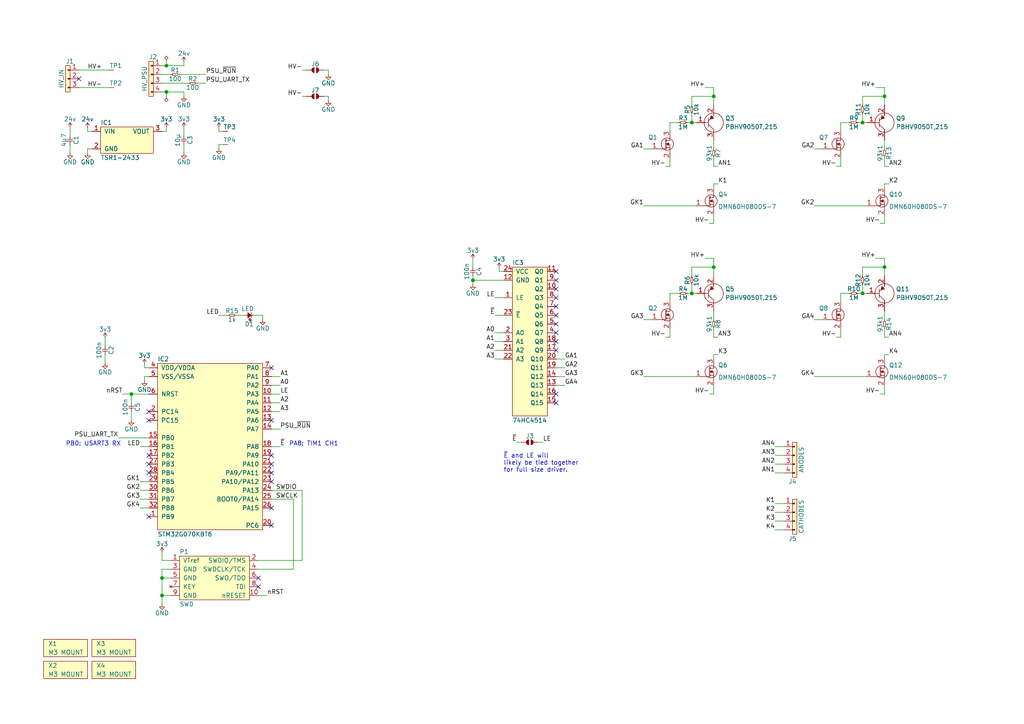
<source format=kicad_sch>
(kicad_sch (version 20201015) (generator eeschema)
  (paper "A4")
  (lib_symbols
    (symbol "agg:24v" (power) (pin_numbers hide) (pin_names (offset 1.016) hide)
      (property "Value" "24v" (at 0 2.286 0))
      (symbol "24v_0_1"
        (polyline (pts (xy 0 1.27) (xy 0.508 0.508)))
        (polyline (pts (xy 0 0) (xy 0 1.27) (xy -0.508 0.508)))
      )
      (symbol "24v_1_1"
        (pin power_in line (at 0 0 180) (length 0) hide (name "24v") (number "1"))
      )
    )
    (symbol "agg:3v3" (power) (pin_numbers hide) (pin_names (offset 1.016) hide)
      (property "Value" "3v3" (at 0 2.286 0))
      (symbol "3v3_0_1"
        (polyline (pts (xy 0 1.27) (xy 0.508 0.508)))
        (polyline (pts (xy 0 0) (xy 0 1.27) (xy -0.508 0.508)))
      )
      (symbol "3v3_1_1"
        (pin power_in line (at 0 0 180) (length 0) hide (name "3v3") (number "1"))
      )
    )
    (symbol "agg:74HC4514" (pin_names (offset 1.016))
      (property "Reference" "IC" (at -5.08 22.86 0))
      (property "Value" "74HC4514" (at -5.08 -22.86 0))
      (symbol "74HC4514_0_0"
        (pin power_in line (at -7.62 20.32 0) (length 2.54) (name "VCC") (number "24"))
        (pin power_in line (at -7.62 17.78 0) (length 2.54) (name "GND") (number "12"))
        (pin input line (at -7.62 12.7 0) (length 2.54) (name "LE") (number "1"))
        (pin input line (at -7.62 7.62 0) (length 2.54) (name "~E") (number "23"))
        (pin input line (at -7.62 2.54 0) (length 2.54) (name "A0") (number "2"))
        (pin input line (at -7.62 0 0) (length 2.54) (name "A1") (number "3"))
        (pin input line (at -7.62 -2.54 0) (length 2.54) (name "A2") (number "21"))
        (pin input line (at -7.62 -5.08 0) (length 2.54) (name "A3") (number "22"))
        (pin output line (at 7.62 20.32 180) (length 2.54) (name "Q0") (number "11"))
        (pin output line (at 7.62 17.78 180) (length 2.54) (name "Q1") (number "9"))
        (pin output line (at 7.62 15.24 180) (length 2.54) (name "Q2") (number "10"))
        (pin output line (at 7.62 12.7 180) (length 2.54) (name "Q3") (number "8"))
        (pin output line (at 7.62 10.16 180) (length 2.54) (name "Q4") (number "7"))
        (pin output line (at 7.62 7.62 180) (length 2.54) (name "Q5") (number "6"))
        (pin output line (at 7.62 5.08 180) (length 2.54) (name "Q6") (number "5"))
        (pin output line (at 7.62 2.54 180) (length 2.54) (name "Q7") (number "4"))
        (pin output line (at 7.62 0 180) (length 2.54) (name "Q8") (number "18"))
        (pin output line (at 7.62 -2.54 180) (length 2.54) (name "Q9") (number "17"))
        (pin output line (at 7.62 -5.08 180) (length 2.54) (name "Q10") (number "20"))
        (pin output line (at 7.62 -7.62 180) (length 2.54) (name "Q11") (number "19"))
        (pin output line (at 7.62 -10.16 180) (length 2.54) (name "Q12") (number "14"))
        (pin output line (at 7.62 -12.7 180) (length 2.54) (name "Q13") (number "13"))
        (pin output line (at 7.62 -15.24 180) (length 2.54) (name "Q14") (number "16"))
        (pin output line (at 7.62 -17.78 180) (length 2.54) (name "Q15") (number "15"))
      )
      (symbol "74HC4514_0_1"
        (rectangle (start -5.08 21.59) (end 5.08 -21.59) (fill (type background)))
      )
    )
    (symbol "agg:C" (pin_numbers hide) (pin_names (offset 1.016) hide)
      (property "Reference" "C" (at 1.27 1.778 0))
      (property "Value" "C" (at 1.27 -1.778 0))
      (symbol "C_0_1"
        (polyline (pts (xy 1.016 0.762) (xy 1.016 -0.762)))
        (polyline (pts (xy 1.524 0.762) (xy 1.524 -0.762)))
      )
      (symbol "C_1_1"
        (pin passive line (at 0 0 0) (length 1.016) (name "~") (number "1"))
        (pin passive line (at 2.54 0 180) (length 1.016) (name "~") (number "2"))
      )
    )
    (symbol "agg:CONN_01x03" (pin_names (offset 0.0254) hide)
      (property "Reference" "J" (at -1.27 2.54 0))
      (property "Value" "CONN_01x03" (at -1.27 -7.62 0))
      (symbol "CONN_01x03_0_1"
        (rectangle (start 0 1.27) (end -1.27 -6.35) (fill (type background)))
        (rectangle (start 0 0.127) (end -0.635 -0.127) (fill (type outline)))
        (rectangle (start 0 -2.413) (end -0.635 -2.667) (fill (type outline)))
        (rectangle (start 0 -4.953) (end -0.635 -5.207) (fill (type outline)))
      )
      (symbol "CONN_01x03_1_1"
        (pin passive line (at 2.54 0 180) (length 2.54) (name "1") (number "1"))
        (pin passive line (at 2.54 -2.54 180) (length 2.54) (name "2") (number "2"))
        (pin passive line (at 2.54 -5.08 180) (length 2.54) (name "3") (number "3"))
      )
    )
    (symbol "agg:CONN_01x04" (pin_names (offset 0.0254) hide)
      (property "Reference" "J" (at -1.27 2.54 0))
      (property "Value" "CONN_01x04" (at -1.27 -10.16 0))
      (symbol "CONN_01x04_0_1"
        (rectangle (start 0 1.27) (end -1.27 -8.89) (fill (type background)))
        (rectangle (start 0 0.127) (end -0.635 -0.127) (fill (type outline)))
        (rectangle (start 0 -2.413) (end -0.635 -2.667) (fill (type outline)))
        (rectangle (start 0 -4.953) (end -0.635 -5.207) (fill (type outline)))
        (rectangle (start 0 -7.493) (end -0.635 -7.747) (fill (type outline)))
      )
      (symbol "CONN_01x04_1_1"
        (pin passive line (at 2.54 0 180) (length 2.54) (name "1") (number "1"))
        (pin passive line (at 2.54 -2.54 180) (length 2.54) (name "2") (number "2"))
        (pin passive line (at 2.54 -5.08 180) (length 2.54) (name "3") (number "3"))
        (pin passive line (at 2.54 -7.62 180) (length 2.54) (name "4") (number "4"))
      )
    )
    (symbol "agg:GND" (power) (pin_numbers hide) (pin_names (offset 1.016) hide)
      (property "Value" "GND" (at 0 -2.54 0))
      (symbol "GND_0_1"
        (polyline (pts (xy 0 0) (xy 0 -0.762)))
        (polyline (pts (xy -0.762 -0.762) (xy 0.762 -0.762) (xy 0 -1.524) (xy -0.762 -0.762)) (fill (type background)))
      )
      (symbol "GND_1_1"
        (pin power_in line (at 0 0 180) (length 0) hide (name "GND") (number "1"))
      )
    )
    (symbol "agg:LED" (pin_numbers hide) (pin_names (offset 1.016) hide)
      (property "Reference" "D" (at 0 2.54 0))
      (property "Value" "LED" (at 0 -1.905 0))
      (symbol "LED_0_1"
        (polyline (pts (xy 0.762 0.762) (xy 0.762 -0.762)))
        (polyline (pts (xy 0.762 0) (xy 1.778 0.762) (xy 1.778 -0.762) (xy 0.762 0)) (fill (type outline)))
        (polyline (pts (xy 1.524 1.016) (xy 1.27 1.27) (xy 1.524 1.27) (xy 1.016 1.778) (xy 1.016 1.524) (xy 1.27 1.778) (xy 1.016 1.778)))
        (polyline (pts (xy 1.27 0.762) (xy 1.016 1.016) (xy 1.27 1.016) (xy 1.016 1.27) (xy 0.762 1.524) (xy 0.762 1.27) (xy 1.016 1.524) (xy 0.762 1.524)))
      )
      (symbol "LED_1_1"
        (pin passive line (at 0 0 0) (length 0.762) (name "~") (number "1"))
        (pin passive line (at 2.54 0 180) (length 0.762) (name "~") (number "2"))
      )
    )
    (symbol "agg:NFET" (pin_names (offset 0.0254) hide)
      (property "Reference" "Q" (at -6.35 0.762 0))
      (property "Value" "NFET" (at -6.35 -4.064 0))
      (symbol "NFET_0_1"
        (circle (center -0.762 -1.143) (radius 1.778))
        (polyline (pts (xy -3.81 -2.54) (xy -1.27 -2.54)))
        (polyline (pts (xy -1.27 -2.54) (xy -1.27 0.254)))
        (polyline (pts (xy -1.016 -2.159) (xy 0 -2.159)))
        (polyline (pts (xy -1.016 -1.778) (xy -1.016 -2.54)))
        (polyline (pts (xy -1.016 -0.762) (xy -1.016 -1.524)))
        (polyline (pts (xy -1.016 0.254) (xy -1.016 -0.508)))
        (polyline (pts (xy -1.016 -1.143) (xy 0 -1.143) (xy 0 -3.81)))
        (polyline (pts (xy -1.016 -0.127) (xy 0 -0.127) (xy 0 1.27)))
        (polyline (pts (xy -1.016 -1.143) (xy -0.381 -0.762) (xy -0.381 -1.524) (xy -1.016 -1.143)) (fill (type outline)))
      )
      (symbol "NFET_1_1"
        (pin passive line (at -5.08 -2.54 0) (length 1.27) (name "G") (number "1"))
        (pin passive line (at 0 -5.08 90) (length 1.27) (name "S") (number "2"))
        (pin passive line (at 0 2.54 270) (length 1.27) (name "D") (number "3"))
      )
    )
    (symbol "agg:PART" (pin_names (offset 1.016))
      (property "Reference" "X" (at 1.27 2.54 0))
      (property "Value" "PART" (at 1.27 0 0))
      (symbol "PART_0_1"
        (rectangle (start 0 3.81) (end 12.7 -1.27) (fill (type background)))
      )
    )
    (symbol "agg:PNP" (pin_names (offset 0) hide)
      (property "Reference" "Q" (at 3.302 0.508 0))
      (property "Value" "PNP" (at 3.302 -0.508 0))
      (symbol "PNP_0_1"
        (circle (center 0 0) (radius 2.794))
        (polyline (pts (xy -2.54 0) (xy -1.524 0)))
        (polyline (pts (xy -1.524 -1.27) (xy -1.524 1.27)))
        (polyline (pts (xy 0 -2.032) (xy -1.524 -0.508)))
        (polyline (pts (xy 0 2.032) (xy -1.524 0.508)))
        (polyline (pts (xy 0 1.27) (xy -0.762 2.032) (xy -1.016 1.016) (xy 0 1.27)) (fill (type outline)))
      )
      (symbol "PNP_1_1"
        (pin passive line (at -5.08 0 0) (length 2.54) (name "B") (number "1"))
        (pin passive line (at 0 5.08 270) (length 3.048) (name "E") (number "2"))
        (pin passive line (at 0 -5.08 90) (length 3.048) (name "C") (number "3"))
      )
    )
    (symbol "agg:PWR" (power) (pin_numbers hide) (pin_names (offset 1.016) hide)
      (property "Value" "PWR" (at 0 2.286 0))
      (symbol "PWR_0_1"
        (polyline (pts (xy 0 0.508) (xy -0.508 1.016) (xy 0 1.524) (xy 0.508 1.016) (xy 0 0.508)) (fill (type background)))
      )
      (symbol "PWR_1_1"
        (pin power_out line (at 0 0 90) (length 0.508) (name "pwr") (number "1"))
      )
    )
    (symbol "agg:R" (pin_numbers hide) (pin_names (offset 1.016) hide)
      (property "Reference" "R" (at 1.27 1.27 0))
      (property "Value" "R" (at 1.27 -1.27 0))
      (symbol "R_0_1"
        (rectangle (start 0.508 0.254) (end 2.032 -0.254) (fill (type background)))
      )
      (symbol "R_1_1"
        (pin passive line (at 0 0 0) (length 0.508) (name "~") (number "1"))
        (pin passive line (at 2.54 0 180) (length 0.508) (name "~") (number "2"))
      )
    )
    (symbol "agg:SJ2" (pin_numbers hide) (pin_names (offset 0) hide)
      (property "Reference" "J" (at 0 1.778 0))
      (symbol "SJ2_0_1"
        (arc (start -0.254 0.762) (end -0.254 -0.762) (radius (at -0.254 0) (length 0.762) (angles 90.1 -90.1)) (fill (type outline)))
        (arc (start 0.254 -0.762) (end 0.254 0.762) (radius (at 0.254 0) (length 0.762) (angles -89.9 89.9)) (fill (type outline)))
      )
      (symbol "SJ2_1_1"
        (pin passive line (at -2.54 0 0) (length 1.524) (name "1") (number "1"))
        (pin passive line (at 2.54 0 180) (length 1.524) (name "2") (number "2"))
      )
    )
    (symbol "agg:STM32G0xxKx" (pin_names (offset 1.016))
      (property "Reference" "IC" (at -15.24 25.4 0))
      (property "Value" "STM32G0xxKx" (at -15.24 -25.4 0))
      (symbol "STM32G0xxKx_0_0"
        (pin power_in line (at -17.78 22.86 0) (length 2.54) (name "VDD/VDDA") (number "4"))
        (pin power_in line (at -17.78 20.32 0) (length 2.54) (name "VSS/VSSA") (number "5"))
        (pin input line (at -17.78 15.24 0) (length 2.54) (name "NRST") (number "6"))
        (pin bidirectional line (at -17.78 10.16 0) (length 2.54) (name "PC14") (number "2"))
        (pin bidirectional line (at -17.78 7.62 0) (length 2.54) (name "PC15") (number "3"))
        (pin bidirectional line (at -17.78 2.54 0) (length 2.54) (name "PB0") (number "15"))
        (pin bidirectional line (at -17.78 0 0) (length 2.54) (name "PB1") (number "16"))
        (pin bidirectional line (at -17.78 -2.54 0) (length 2.54) (name "PB2") (number "17"))
        (pin bidirectional line (at -17.78 -5.08 0) (length 2.54) (name "PB3") (number "27"))
        (pin bidirectional line (at -17.78 -7.62 0) (length 2.54) (name "PB4") (number "28"))
        (pin bidirectional line (at -17.78 -10.16 0) (length 2.54) (name "PB5") (number "29"))
        (pin bidirectional line (at -17.78 -12.7 0) (length 2.54) (name "PB6") (number "30"))
        (pin bidirectional line (at -17.78 -15.24 0) (length 2.54) (name "PB7") (number "31"))
        (pin bidirectional line (at -17.78 -17.78 0) (length 2.54) (name "PB8") (number "32"))
        (pin bidirectional line (at -17.78 -20.32 0) (length 2.54) (name "PB9") (number "1"))
        (pin bidirectional line (at 17.78 22.86 180) (length 2.54) (name "PA0") (number "7"))
        (pin bidirectional line (at 17.78 20.32 180) (length 2.54) (name "PA1") (number "8"))
        (pin bidirectional line (at 17.78 17.78 180) (length 2.54) (name "PA2") (number "9"))
        (pin bidirectional line (at 17.78 15.24 180) (length 2.54) (name "PA3") (number "10"))
        (pin bidirectional line (at 17.78 12.7 180) (length 2.54) (name "PA4") (number "11"))
        (pin bidirectional line (at 17.78 10.16 180) (length 2.54) (name "PA5") (number "12"))
        (pin bidirectional line (at 17.78 7.62 180) (length 2.54) (name "PA6") (number "13"))
        (pin bidirectional line (at 17.78 5.08 180) (length 2.54) (name "PA7") (number "14"))
        (pin bidirectional line (at 17.78 0 180) (length 2.54) (name "PA8") (number "18"))
        (pin bidirectional line (at 17.78 -2.54 180) (length 2.54) (name "PA9") (number "19"))
        (pin bidirectional line (at 17.78 -5.08 180) (length 2.54) (name "PA10") (number "21"))
        (pin bidirectional line (at 17.78 -7.62 180) (length 2.54) (name "PA9/PA11") (number "22"))
        (pin bidirectional line (at 17.78 -10.16 180) (length 2.54) (name "PA10/PA12") (number "23"))
        (pin bidirectional line (at 17.78 -12.7 180) (length 2.54) (name "PA13") (number "24"))
        (pin bidirectional line (at 17.78 -15.24 180) (length 2.54) (name "BOOT0/PA14") (number "25"))
        (pin bidirectional line (at 17.78 -17.78 180) (length 2.54) (name "PA15") (number "26"))
        (pin bidirectional line (at 17.78 -22.86 180) (length 2.54) (name "PC6") (number "20"))
      )
      (symbol "STM32G0xxKx_0_1"
        (rectangle (start -15.24 24.13) (end 15.24 -24.13) (fill (type background)))
      )
    )
    (symbol "agg:SWD" (pin_names (offset 1.016))
      (property "Reference" "P" (at -10.16 7.62 0))
      (property "Value" "SWD" (at -10.16 -7.62 0))
      (symbol "SWD_0_1"
        (rectangle (start -10.16 6.35) (end 10.16 -6.35) (fill (type background)))
      )
      (symbol "SWD_1_1"
        (pin power_in line (at -12.7 5.08 0) (length 2.54) (name "VTref") (number "1"))
        (pin bidirectional line (at 12.7 5.08 180) (length 2.54) (name "SWDIO/TMS") (number "2"))
        (pin power_in line (at -12.7 2.54 0) (length 2.54) (name "GND") (number "3"))
        (pin bidirectional line (at 12.7 2.54 180) (length 2.54) (name "SWDCLK/TCK") (number "4"))
        (pin power_in line (at -12.7 0 0) (length 2.54) (name "GND") (number "5"))
        (pin bidirectional line (at 12.7 0 180) (length 2.54) (name "SWO/TDO") (number "6"))
        (pin unconnected line (at -12.7 -2.54 0) (length 2.54) (name "KEY") (number "7"))
        (pin bidirectional line (at 12.7 -2.54 180) (length 2.54) (name "TDI") (number "8"))
        (pin power_in line (at -12.7 -5.08 0) (length 2.54) (name "GND") (number "9"))
        (pin open_collector line (at 12.7 -5.08 180) (length 2.54) (name "nRESET") (number "10"))
      )
    )
    (symbol "agg:TESTPAD" (pin_numbers hide) (pin_names (offset 1.016) hide)
      (property "Reference" "TP" (at 0 1.27 0))
      (symbol "TESTPAD_0_1"
        (polyline (pts (xy 1.27 0) (xy 1.27 0)) (stroke (width 1.143)))
      )
      (symbol "TESTPAD_1_1"
        (pin input line (at 0 0 0) (length 1.27) (name "TP") (number "1"))
      )
    )
    (symbol "agg:TSR1" (pin_names (offset 1.016))
      (property "Reference" "IC" (at -7.62 5.08 0))
      (property "Value" "TSR1" (at -7.62 -5.08 0))
      (symbol "TSR1_0_0"
        (pin power_in line (at -10.16 2.54 0) (length 2.54) (name "VIN") (number "1"))
        (pin power_in line (at -10.16 -2.54 0) (length 2.54) (name "GND") (number "2"))
        (pin power_out line (at 10.16 2.54 180) (length 2.54) (name "VOUT") (number "3"))
      )
      (symbol "TSR1_0_1"
        (rectangle (start -7.62 3.81) (end 7.62 -3.81) (fill (type background)))
      )
    )
  )
  (junction (at 38.1 114.3) (diameter 0.9144))
  (junction (at 46.99 167.64) (diameter 0.9144))
  (junction (at 46.99 172.72) (diameter 0.9144))
  (junction (at 48.26 19.05) (diameter 0.9144))
  (junction (at 48.26 26.67) (diameter 0.9144))
  (junction (at 137.16 81.28) (diameter 0.9144))
  (junction (at 200.66 35.56) (diameter 0.9144))
  (junction (at 200.66 85.09) (diameter 0.9144))
  (junction (at 207.01 27.94) (diameter 0.9144))
  (junction (at 207.01 77.47) (diameter 0.9144))
  (junction (at 250.19 35.56) (diameter 0.9144))
  (junction (at 250.19 85.09) (diameter 0.9144))
  (junction (at 256.54 27.94) (diameter 0.9144))
  (junction (at 256.54 77.47) (diameter 0.9144))
  (no_connect (at 43.18 121.92))
  (no_connect (at 43.18 119.38))
  (no_connect (at 78.74 147.32))
  (no_connect (at 78.74 134.62))
  (no_connect (at 161.29 99.06))
  (no_connect (at 78.74 121.92))
  (no_connect (at 161.29 83.82))
  (no_connect (at 161.29 116.84))
  (no_connect (at 161.29 101.6))
  (no_connect (at 161.29 88.9))
  (no_connect (at 161.29 78.74))
  (no_connect (at 43.18 149.86))
  (no_connect (at 74.93 170.18))
  (no_connect (at 78.74 152.4))
  (no_connect (at 78.74 137.16))
  (no_connect (at 78.74 132.08))
  (no_connect (at 78.74 139.7))
  (no_connect (at 78.74 106.68))
  (no_connect (at 161.29 93.98))
  (no_connect (at 161.29 86.36))
  (no_connect (at 161.29 96.52))
  (no_connect (at 161.29 114.3))
  (no_connect (at 22.86 22.86))
  (no_connect (at 43.18 134.62))
  (no_connect (at 43.18 137.16))
  (no_connect (at 43.18 132.08))
  (no_connect (at 161.29 81.28))
  (no_connect (at 161.29 91.44))
  (no_connect (at 74.93 167.64))
  (wire (pts (xy 20.32 36.83) (xy 20.32 39.37)))
  (wire (pts (xy 20.32 41.91) (xy 20.32 44.45)))
  (wire (pts (xy 22.86 20.32) (xy 31.75 20.32)))
  (wire (pts (xy 22.86 25.4) (xy 31.75 25.4)))
  (wire (pts (xy 25.4 36.83) (xy 25.4 38.1)))
  (wire (pts (xy 25.4 38.1) (xy 26.67 38.1)))
  (wire (pts (xy 25.4 43.18) (xy 26.67 43.18)))
  (wire (pts (xy 25.4 44.45) (xy 25.4 43.18)))
  (wire (pts (xy 30.48 97.79) (xy 30.48 100.33)))
  (wire (pts (xy 30.48 102.87) (xy 30.48 105.41)))
  (wire (pts (xy 34.29 127) (xy 43.18 127)))
  (wire (pts (xy 35.56 114.3) (xy 38.1 114.3)))
  (wire (pts (xy 38.1 114.3) (xy 38.1 116.84)))
  (wire (pts (xy 38.1 114.3) (xy 43.18 114.3)))
  (wire (pts (xy 38.1 119.38) (xy 38.1 121.92)))
  (wire (pts (xy 40.64 129.54) (xy 43.18 129.54)))
  (wire (pts (xy 40.64 139.7) (xy 43.18 139.7)))
  (wire (pts (xy 40.64 142.24) (xy 43.18 142.24)))
  (wire (pts (xy 40.64 144.78) (xy 43.18 144.78)))
  (wire (pts (xy 40.64 147.32) (xy 43.18 147.32)))
  (wire (pts (xy 41.91 105.41) (xy 41.91 106.68)))
  (wire (pts (xy 41.91 106.68) (xy 43.18 106.68)))
  (wire (pts (xy 41.91 109.22) (xy 43.18 109.22)))
  (wire (pts (xy 41.91 110.49) (xy 41.91 109.22)))
  (wire (pts (xy 46.99 19.05) (xy 48.26 19.05)))
  (wire (pts (xy 46.99 21.59) (xy 49.53 21.59)))
  (wire (pts (xy 46.99 24.13) (xy 54.61 24.13)))
  (wire (pts (xy 46.99 26.67) (xy 48.26 26.67)))
  (wire (pts (xy 46.99 160.02) (xy 46.99 162.56)))
  (wire (pts (xy 46.99 162.56) (xy 49.53 162.56)))
  (wire (pts (xy 46.99 165.1) (xy 49.53 165.1)))
  (wire (pts (xy 46.99 167.64) (xy 46.99 165.1)))
  (wire (pts (xy 46.99 167.64) (xy 49.53 167.64)))
  (wire (pts (xy 46.99 172.72) (xy 46.99 167.64)))
  (wire (pts (xy 46.99 172.72) (xy 49.53 172.72)))
  (wire (pts (xy 46.99 175.26) (xy 46.99 172.72)))
  (wire (pts (xy 48.26 17.78) (xy 48.26 19.05)))
  (wire (pts (xy 48.26 19.05) (xy 53.34 19.05)))
  (wire (pts (xy 48.26 26.67) (xy 48.26 27.94)))
  (wire (pts (xy 48.26 26.67) (xy 53.34 26.67)))
  (wire (pts (xy 48.26 36.83) (xy 48.26 38.1)))
  (wire (pts (xy 48.26 38.1) (xy 46.99 38.1)))
  (wire (pts (xy 52.07 21.59) (xy 59.69 21.59)))
  (wire (pts (xy 53.34 19.05) (xy 53.34 17.78)))
  (wire (pts (xy 53.34 26.67) (xy 53.34 27.94)))
  (wire (pts (xy 53.34 36.83) (xy 53.34 39.37)))
  (wire (pts (xy 53.34 41.91) (xy 53.34 44.45)))
  (wire (pts (xy 57.15 24.13) (xy 59.69 24.13)))
  (wire (pts (xy 63.5 36.83) (xy 63.5 38.1)))
  (wire (pts (xy 63.5 38.1) (xy 64.77 38.1)))
  (wire (pts (xy 63.5 41.91) (xy 64.77 41.91)))
  (wire (pts (xy 63.5 43.18) (xy 63.5 41.91)))
  (wire (pts (xy 63.5 91.44) (xy 66.04 91.44)))
  (wire (pts (xy 68.58 91.44) (xy 71.12 91.44)))
  (wire (pts (xy 73.66 91.44) (xy 76.2 91.44)))
  (wire (pts (xy 74.93 162.56) (xy 87.63 162.56)))
  (wire (pts (xy 74.93 165.1) (xy 85.09 165.1)))
  (wire (pts (xy 74.93 172.72) (xy 77.47 172.72)))
  (wire (pts (xy 76.2 91.44) (xy 76.2 92.71)))
  (wire (pts (xy 78.74 109.22) (xy 81.28 109.22)))
  (wire (pts (xy 78.74 111.76) (xy 81.28 111.76)))
  (wire (pts (xy 78.74 114.3) (xy 81.28 114.3)))
  (wire (pts (xy 78.74 116.84) (xy 81.28 116.84)))
  (wire (pts (xy 78.74 119.38) (xy 81.28 119.38)))
  (wire (pts (xy 78.74 124.46) (xy 81.28 124.46)))
  (wire (pts (xy 78.74 129.54) (xy 81.28 129.54)))
  (wire (pts (xy 78.74 142.24) (xy 87.63 142.24)))
  (wire (pts (xy 78.74 144.78) (xy 85.09 144.78)))
  (wire (pts (xy 85.09 144.78) (xy 85.09 165.1)))
  (wire (pts (xy 87.63 20.32) (xy 88.9 20.32)))
  (wire (pts (xy 87.63 27.94) (xy 88.9 27.94)))
  (wire (pts (xy 87.63 142.24) (xy 87.63 162.56)))
  (wire (pts (xy 93.98 20.32) (xy 95.25 20.32)))
  (wire (pts (xy 93.98 27.94) (xy 95.25 27.94)))
  (wire (pts (xy 95.25 20.32) (xy 95.25 21.59)))
  (wire (pts (xy 95.25 27.94) (xy 95.25 29.21)))
  (wire (pts (xy 137.16 74.93) (xy 137.16 77.47)))
  (wire (pts (xy 137.16 80.01) (xy 137.16 81.28)))
  (wire (pts (xy 137.16 81.28) (xy 137.16 82.55)))
  (wire (pts (xy 137.16 81.28) (xy 146.05 81.28)))
  (wire (pts (xy 143.51 86.36) (xy 146.05 86.36)))
  (wire (pts (xy 143.51 91.44) (xy 146.05 91.44)))
  (wire (pts (xy 143.51 96.52) (xy 146.05 96.52)))
  (wire (pts (xy 143.51 99.06) (xy 146.05 99.06)))
  (wire (pts (xy 143.51 101.6) (xy 146.05 101.6)))
  (wire (pts (xy 143.51 104.14) (xy 146.05 104.14)))
  (wire (pts (xy 144.78 77.47) (xy 144.78 78.74)))
  (wire (pts (xy 144.78 78.74) (xy 146.05 78.74)))
  (wire (pts (xy 149.86 128.27) (xy 151.13 128.27)))
  (wire (pts (xy 156.21 128.27) (xy 157.48 128.27)))
  (wire (pts (xy 161.29 104.14) (xy 163.83 104.14)))
  (wire (pts (xy 161.29 106.68) (xy 163.83 106.68)))
  (wire (pts (xy 161.29 109.22) (xy 163.83 109.22)))
  (wire (pts (xy 161.29 111.76) (xy 163.83 111.76)))
  (wire (pts (xy 186.69 43.18) (xy 189.23 43.18)))
  (wire (pts (xy 186.69 59.69) (xy 201.93 59.69)))
  (wire (pts (xy 186.69 92.71) (xy 189.23 92.71)))
  (wire (pts (xy 186.69 109.22) (xy 201.93 109.22)))
  (wire (pts (xy 193.04 48.26) (xy 194.31 48.26)))
  (wire (pts (xy 193.04 97.79) (xy 194.31 97.79)))
  (wire (pts (xy 194.31 35.56) (xy 194.31 38.1)))
  (wire (pts (xy 194.31 45.72) (xy 194.31 48.26)))
  (wire (pts (xy 194.31 85.09) (xy 194.31 87.63)))
  (wire (pts (xy 194.31 95.25) (xy 194.31 97.79)))
  (wire (pts (xy 196.85 35.56) (xy 194.31 35.56)))
  (wire (pts (xy 196.85 85.09) (xy 194.31 85.09)))
  (wire (pts (xy 199.39 35.56) (xy 200.66 35.56)))
  (wire (pts (xy 199.39 85.09) (xy 200.66 85.09)))
  (wire (pts (xy 200.66 27.94) (xy 207.01 27.94)))
  (wire (pts (xy 200.66 30.48) (xy 200.66 27.94)))
  (wire (pts (xy 200.66 33.02) (xy 200.66 35.56)))
  (wire (pts (xy 200.66 35.56) (xy 201.93 35.56)))
  (wire (pts (xy 200.66 77.47) (xy 207.01 77.47)))
  (wire (pts (xy 200.66 80.01) (xy 200.66 77.47)))
  (wire (pts (xy 200.66 82.55) (xy 200.66 85.09)))
  (wire (pts (xy 200.66 85.09) (xy 201.93 85.09)))
  (wire (pts (xy 204.47 25.4) (xy 207.01 25.4)))
  (wire (pts (xy 204.47 74.93) (xy 207.01 74.93)))
  (wire (pts (xy 205.74 64.77) (xy 207.01 64.77)))
  (wire (pts (xy 205.74 114.3) (xy 207.01 114.3)))
  (wire (pts (xy 207.01 25.4) (xy 207.01 27.94)))
  (wire (pts (xy 207.01 27.94) (xy 207.01 30.48)))
  (wire (pts (xy 207.01 40.64) (xy 207.01 43.18)))
  (wire (pts (xy 207.01 45.72) (xy 207.01 48.26)))
  (wire (pts (xy 207.01 48.26) (xy 208.28 48.26)))
  (wire (pts (xy 207.01 53.34) (xy 208.28 53.34)))
  (wire (pts (xy 207.01 54.61) (xy 207.01 53.34)))
  (wire (pts (xy 207.01 62.23) (xy 207.01 64.77)))
  (wire (pts (xy 207.01 74.93) (xy 207.01 77.47)))
  (wire (pts (xy 207.01 77.47) (xy 207.01 80.01)))
  (wire (pts (xy 207.01 90.17) (xy 207.01 92.71)))
  (wire (pts (xy 207.01 95.25) (xy 207.01 97.79)))
  (wire (pts (xy 207.01 97.79) (xy 208.28 97.79)))
  (wire (pts (xy 207.01 102.87) (xy 208.28 102.87)))
  (wire (pts (xy 207.01 104.14) (xy 207.01 102.87)))
  (wire (pts (xy 207.01 111.76) (xy 207.01 114.3)))
  (wire (pts (xy 224.79 129.54) (xy 227.33 129.54)))
  (wire (pts (xy 224.79 132.08) (xy 227.33 132.08)))
  (wire (pts (xy 224.79 134.62) (xy 227.33 134.62)))
  (wire (pts (xy 224.79 137.16) (xy 227.33 137.16)))
  (wire (pts (xy 224.79 146.05) (xy 227.33 146.05)))
  (wire (pts (xy 224.79 148.59) (xy 227.33 148.59)))
  (wire (pts (xy 224.79 151.13) (xy 227.33 151.13)))
  (wire (pts (xy 224.79 153.67) (xy 227.33 153.67)))
  (wire (pts (xy 236.22 43.18) (xy 238.76 43.18)))
  (wire (pts (xy 236.22 59.69) (xy 251.46 59.69)))
  (wire (pts (xy 236.22 92.71) (xy 238.76 92.71)))
  (wire (pts (xy 236.22 109.22) (xy 251.46 109.22)))
  (wire (pts (xy 242.57 48.26) (xy 243.84 48.26)))
  (wire (pts (xy 242.57 97.79) (xy 243.84 97.79)))
  (wire (pts (xy 243.84 35.56) (xy 243.84 38.1)))
  (wire (pts (xy 243.84 45.72) (xy 243.84 48.26)))
  (wire (pts (xy 243.84 85.09) (xy 243.84 87.63)))
  (wire (pts (xy 243.84 95.25) (xy 243.84 97.79)))
  (wire (pts (xy 246.38 35.56) (xy 243.84 35.56)))
  (wire (pts (xy 246.38 85.09) (xy 243.84 85.09)))
  (wire (pts (xy 248.92 35.56) (xy 250.19 35.56)))
  (wire (pts (xy 248.92 85.09) (xy 250.19 85.09)))
  (wire (pts (xy 250.19 27.94) (xy 256.54 27.94)))
  (wire (pts (xy 250.19 30.48) (xy 250.19 27.94)))
  (wire (pts (xy 250.19 33.02) (xy 250.19 35.56)))
  (wire (pts (xy 250.19 35.56) (xy 251.46 35.56)))
  (wire (pts (xy 250.19 77.47) (xy 256.54 77.47)))
  (wire (pts (xy 250.19 80.01) (xy 250.19 77.47)))
  (wire (pts (xy 250.19 82.55) (xy 250.19 85.09)))
  (wire (pts (xy 250.19 85.09) (xy 251.46 85.09)))
  (wire (pts (xy 254 25.4) (xy 256.54 25.4)))
  (wire (pts (xy 254 74.93) (xy 256.54 74.93)))
  (wire (pts (xy 255.27 64.77) (xy 256.54 64.77)))
  (wire (pts (xy 255.27 114.3) (xy 256.54 114.3)))
  (wire (pts (xy 256.54 25.4) (xy 256.54 27.94)))
  (wire (pts (xy 256.54 27.94) (xy 256.54 30.48)))
  (wire (pts (xy 256.54 40.64) (xy 256.54 43.18)))
  (wire (pts (xy 256.54 45.72) (xy 256.54 48.26)))
  (wire (pts (xy 256.54 48.26) (xy 257.81 48.26)))
  (wire (pts (xy 256.54 53.34) (xy 257.81 53.34)))
  (wire (pts (xy 256.54 54.61) (xy 256.54 53.34)))
  (wire (pts (xy 256.54 62.23) (xy 256.54 64.77)))
  (wire (pts (xy 256.54 74.93) (xy 256.54 77.47)))
  (wire (pts (xy 256.54 77.47) (xy 256.54 80.01)))
  (wire (pts (xy 256.54 90.17) (xy 256.54 92.71)))
  (wire (pts (xy 256.54 95.25) (xy 256.54 97.79)))
  (wire (pts (xy 256.54 97.79) (xy 257.81 97.79)))
  (wire (pts (xy 256.54 102.87) (xy 257.81 102.87)))
  (wire (pts (xy 256.54 104.14) (xy 256.54 102.87)))
  (wire (pts (xy 256.54 111.76) (xy 256.54 114.3)))
  (text "PB0: USART3 RX" (at 19.05 129.54 0) (effects (font (size 1.27 1.27)) (justify left bottom)))
  (text "PA8: TIM1 CH1" (at 83.82 129.54 0) (effects (font (size 1.27 1.27)) (justify left bottom)))
  (text "~E~ and LE will\nlikely be tied together\nfor full size driver." (at 146.05 137.16 0) (effects (font (size 1.27 1.27)) (justify left bottom)))
  (label "HV+" (at 25.4 20.32 0))
  (label "HV-" (at 25.4 25.4 0))
  (label "PSU_UART_TX" (at 34.29 127 180))
  (label "nRST" (at 35.56 114.3 180))
  (label "LED" (at 40.64 129.54 180))
  (label "GK1" (at 40.64 139.7 180))
  (label "GK2" (at 40.64 142.24 180))
  (label "GK3" (at 40.64 144.78 180))
  (label "GK4" (at 40.64 147.32 180))
  (label "PSU_~RUN" (at 59.69 21.59 0))
  (label "PSU_UART_TX" (at 59.69 24.13 0))
  (label "LED" (at 63.5 91.44 180))
  (label "nRST" (at 77.47 172.72 0))
  (label "SWDIO" (at 80.01 142.24 0))
  (label "SWCLK" (at 80.01 144.78 0))
  (label "A1" (at 81.28 109.22 0))
  (label "A0" (at 81.28 111.76 0))
  (label "LE" (at 81.28 114.3 0))
  (label "A2" (at 81.28 116.84 0))
  (label "A3" (at 81.28 119.38 0))
  (label "PSU_~RUN" (at 81.28 124.46 0))
  (label "~E" (at 81.28 129.54 0))
  (label "HV-" (at 87.63 20.32 180))
  (label "HV-" (at 87.63 27.94 180))
  (label "LE" (at 143.51 86.36 180))
  (label "~E" (at 143.51 91.44 180))
  (label "A0" (at 143.51 96.52 180))
  (label "A1" (at 143.51 99.06 180))
  (label "A2" (at 143.51 101.6 180))
  (label "A3" (at 143.51 104.14 180))
  (label "~E" (at 149.86 128.27 180))
  (label "LE" (at 157.48 128.27 0))
  (label "GA1" (at 163.83 104.14 0))
  (label "GA2" (at 163.83 106.68 0))
  (label "GA3" (at 163.83 109.22 0))
  (label "GA4" (at 163.83 111.76 0))
  (label "GA1" (at 186.69 43.18 180))
  (label "GK1" (at 186.69 59.69 180))
  (label "GA3" (at 186.69 92.71 180))
  (label "GK3" (at 186.69 109.22 180))
  (label "HV-" (at 193.04 48.26 180))
  (label "HV-" (at 193.04 97.79 180))
  (label "HV+" (at 204.47 25.4 180))
  (label "HV+" (at 204.47 74.93 180))
  (label "HV-" (at 205.74 64.77 180))
  (label "HV-" (at 205.74 114.3 180))
  (label "AN1" (at 208.28 48.26 0))
  (label "K1" (at 208.28 53.34 0))
  (label "AN3" (at 208.28 97.79 0))
  (label "K3" (at 208.28 102.87 0))
  (label "AN4" (at 224.79 129.54 180))
  (label "AN3" (at 224.79 132.08 180))
  (label "AN2" (at 224.79 134.62 180))
  (label "AN1" (at 224.79 137.16 180))
  (label "K1" (at 224.79 146.05 180))
  (label "K2" (at 224.79 148.59 180))
  (label "K3" (at 224.79 151.13 180))
  (label "K4" (at 224.79 153.67 180))
  (label "GA2" (at 236.22 43.18 180))
  (label "GK2" (at 236.22 59.69 180))
  (label "GA4" (at 236.22 92.71 180))
  (label "GK4" (at 236.22 109.22 180))
  (label "HV-" (at 242.57 48.26 180))
  (label "HV-" (at 242.57 97.79 180))
  (label "HV+" (at 254 25.4 180))
  (label "HV+" (at 254 74.93 180))
  (label "HV-" (at 255.27 64.77 180))
  (label "HV-" (at 255.27 114.3 180))
  (label "AN2" (at 257.81 48.26 0))
  (label "K2" (at 257.81 53.34 0))
  (label "AN4" (at 257.81 97.79 0))
  (label "K4" (at 257.81 102.87 0))
  (symbol (lib_id "agg:24v") (at 20.32 36.83 0) (unit 1)
    (property "Reference" "#PWR01" (effects hide))
    (property "Value" "24v" (at 20.32 34.544 0))
  )
  (symbol (lib_id "agg:24v") (at 25.4 36.83 0) (unit 1)
    (property "Reference" "#PWR03" (effects hide))
    (property "Value" "24v" (at 25.4 34.544 0))
  )
  (symbol (lib_id "agg:3v3") (at 30.48 97.79 0) (unit 1)
    (property "Reference" "#PWR05" (effects hide))
    (property "Value" "3v3" (at 30.48 95.504 0))
  )
  (symbol (lib_id "agg:3v3") (at 41.91 105.41 0) (unit 1)
    (property "Reference" "#PWR07" (effects hide))
    (property "Value" "3v3" (at 41.91 103.124 0))
  )
  (symbol (lib_id "agg:3v3") (at 46.99 160.02 0) (unit 1)
    (property "Reference" "#PWR09" (effects hide))
    (property "Value" "3v3" (at 46.99 157.734 0))
  )
  (symbol (lib_id "agg:3v3") (at 48.26 36.83 0) (unit 1)
    (property "Reference" "#PWR013" (effects hide))
    (property "Value" "3v3" (at 48.26 34.544 0))
  )
  (symbol (lib_id "agg:24v") (at 53.34 17.78 0) (unit 1)
    (property "Reference" "#PWR011" (effects hide))
    (property "Value" "24v" (at 53.34 15.494 0))
  )
  (symbol (lib_id "agg:3v3") (at 53.34 36.83 0) (unit 1)
    (property "Reference" "#PWR014" (effects hide))
    (property "Value" "3v3" (at 53.34 34.544 0))
  )
  (symbol (lib_id "agg:3v3") (at 63.5 36.83 0) (unit 1)
    (property "Reference" "#PWR021" (effects hide))
    (property "Value" "3v3" (at 63.5 34.544 0))
  )
  (symbol (lib_id "agg:3v3") (at 137.16 74.93 0) (unit 1)
    (property "Reference" "#PWR016" (effects hide))
    (property "Value" "3v3" (at 137.16 72.644 0))
  )
  (symbol (lib_id "agg:3v3") (at 144.78 77.47 0) (unit 1)
    (property "Reference" "#PWR018" (effects hide))
    (property "Value" "3v3" (at 144.78 75.184 0))
  )
  (symbol (lib_id "agg:PWR") (at 48.26 17.78 0) (unit 1)
    (property "Reference" "#FLG0102" (effects hide))
    (property "Value" "PWR" (effects hide))
  )
  (symbol (lib_id "agg:PWR") (at 48.26 27.94 180) (unit 1)
    (property "Reference" "#FLG0101" (effects hide))
    (property "Value" "PWR" (effects hide))
  )
  (symbol (lib_id "agg:R") (at 49.53 21.59 0) (unit 1)
    (property "Reference" "R1" (at 50.8 20.32 0))
    (property "Value" "100" (at 50.8 22.86 0))
    (property "Footprint" "agg:0402" (effects hide))
    (property "Farnell" "9239111" (effects hide))
    (property "Voltage" "50V" (effects hide))
  )
  (symbol (lib_id "agg:R") (at 54.61 24.13 0) (unit 1)
    (property "Reference" "R2" (at 55.88 22.86 0))
    (property "Value" "100" (at 55.88 25.4 0))
    (property "Footprint" "agg:0402" (effects hide))
    (property "Farnell" "9239111" (effects hide))
    (property "Voltage" "50V" (effects hide))
  )
  (symbol (lib_id "agg:R") (at 66.04 91.44 0) (unit 1)
    (property "Reference" "R15" (at 67.31 90.17 0))
    (property "Value" "1k" (at 67.31 92.71 0))
    (property "Footprint" "agg:0402" (effects hide))
    (property "Farnell" "2331474" (effects hide))
    (property "Voltage" "50V" (effects hide))
  )
  (symbol (lib_id "agg:R") (at 196.85 35.56 0) (unit 1)
    (property "Reference" "R3" (at 198.12 34.29 0))
    (property "Value" "1M" (at 198.12 36.83 0))
    (property "Footprint" "agg:1206" (effects hide))
    (property "Farnell" "1750877" (effects hide))
    (property "Voltage" "500V" (effects hide))
  )
  (symbol (lib_id "agg:R") (at 196.85 85.09 0) (unit 1)
    (property "Reference" "R4" (at 198.12 83.82 0))
    (property "Value" "1M" (at 198.12 86.36 0))
    (property "Footprint" "agg:1206" (effects hide))
    (property "Farnell" "1750877" (effects hide))
    (property "Voltage" "500V" (effects hide))
  )
  (symbol (lib_id "agg:R") (at 200.66 33.02 90) (unit 1)
    (property "Reference" "R5" (at 199.39 31.75 0))
    (property "Value" "10k" (at 201.93 31.75 0))
    (property "Footprint" "agg:1206" (effects hide))
    (property "Farnell" "1750850" (effects hide))
    (property "Voltage" "500V" (effects hide))
  )
  (symbol (lib_id "agg:R") (at 200.66 82.55 90) (unit 1)
    (property "Reference" "R6" (at 199.39 81.28 0))
    (property "Value" "10k" (at 201.93 81.28 0))
    (property "Footprint" "agg:1206" (effects hide))
    (property "Farnell" "1750850" (effects hide))
    (property "Voltage" "500V" (effects hide))
  )
  (symbol (lib_id "agg:R") (at 207.01 43.18 270) (unit 1)
    (property "Reference" "R7" (at 208.28 44.45 0))
    (property "Value" "93k1" (at 205.74 44.45 0))
    (property "Footprint" "agg:1206" (effects hide))
    (property "Farnell" "2327389" (effects hide))
    (property "Voltage" "500V" (effects hide))
  )
  (symbol (lib_id "agg:R") (at 207.01 92.71 270) (unit 1)
    (property "Reference" "R8" (at 208.28 93.98 0))
    (property "Value" "93k1" (at 205.74 93.98 0))
    (property "Footprint" "agg:1206" (effects hide))
    (property "Farnell" "2327389" (effects hide))
    (property "Voltage" "500V" (effects hide))
  )
  (symbol (lib_id "agg:R") (at 246.38 35.56 0) (unit 1)
    (property "Reference" "R9" (at 247.65 34.29 0))
    (property "Value" "1M" (at 247.65 36.83 0))
    (property "Footprint" "agg:1206" (effects hide))
    (property "Farnell" "1750877" (effects hide))
    (property "Voltage" "500V" (effects hide))
  )
  (symbol (lib_id "agg:R") (at 246.38 85.09 0) (unit 1)
    (property "Reference" "R10" (at 247.65 83.82 0))
    (property "Value" "1M" (at 247.65 86.36 0))
    (property "Footprint" "agg:1206" (effects hide))
    (property "Farnell" "1750877" (effects hide))
    (property "Voltage" "500V" (effects hide))
  )
  (symbol (lib_id "agg:R") (at 250.19 33.02 90) (unit 1)
    (property "Reference" "R11" (at 248.92 31.75 0))
    (property "Value" "10k" (at 251.46 31.75 0))
    (property "Footprint" "agg:1206" (effects hide))
    (property "Farnell" "1750850" (effects hide))
    (property "Voltage" "500V" (effects hide))
  )
  (symbol (lib_id "agg:R") (at 250.19 82.55 90) (unit 1)
    (property "Reference" "R12" (at 248.92 81.28 0))
    (property "Value" "10k" (at 251.46 81.28 0))
    (property "Footprint" "agg:1206" (effects hide))
    (property "Farnell" "1750850" (effects hide))
    (property "Voltage" "500V" (effects hide))
  )
  (symbol (lib_id "agg:R") (at 256.54 43.18 270) (unit 1)
    (property "Reference" "R13" (at 257.81 44.45 0))
    (property "Value" "93k1" (at 255.27 44.45 0))
    (property "Footprint" "agg:1206" (effects hide))
    (property "Farnell" "2327389" (effects hide))
    (property "Voltage" "500V" (effects hide))
  )
  (symbol (lib_id "agg:R") (at 256.54 92.71 270) (unit 1)
    (property "Reference" "R14" (at 257.81 93.98 0))
    (property "Value" "93k1" (at 255.27 93.98 0))
    (property "Footprint" "agg:1206" (effects hide))
    (property "Farnell" "2327389" (effects hide))
    (property "Voltage" "500V" (effects hide))
  )
  (symbol (lib_id "agg:TESTPAD") (at 31.75 20.32 0) (unit 1)
    (property "Reference" "TP1" (at 31.75 19.05 0) (effects (justify left)))
    (property "Value" "TESTPAD" (effects hide))
    (property "Footprint" "agg:KEYSTONE5016" (effects hide))
    (property "Farnell" "2292858" (effects hide))
  )
  (symbol (lib_id "agg:TESTPAD") (at 31.75 25.4 0) (unit 1)
    (property "Reference" "TP2" (at 31.75 24.13 0) (effects (justify left)))
    (property "Value" "TESTPAD" (effects hide))
    (property "Footprint" "agg:KEYSTONE5016" (effects hide))
    (property "Farnell" "2292858" (effects hide))
  )
  (symbol (lib_id "agg:TESTPAD") (at 64.77 38.1 0) (unit 1)
    (property "Reference" "TP3" (at 64.77 36.83 0) (effects (justify left)))
    (property "Value" "TESTPAD" (effects hide))
    (property "Footprint" "agg:TESTPAD" (effects hide))
  )
  (symbol (lib_id "agg:TESTPAD") (at 64.77 41.91 0) (unit 1)
    (property "Reference" "TP4" (at 64.77 40.64 0) (effects (justify left)))
    (property "Value" "TESTPAD" (effects hide))
    (property "Footprint" "agg:SIL-254P-01" (effects hide))
  )
  (symbol (lib_id "agg:GND") (at 20.32 44.45 0) (unit 1)
    (property "Reference" "#PWR02" (effects hide))
    (property "Value" "GND" (at 20.32 46.99 0))
  )
  (symbol (lib_id "agg:GND") (at 25.4 44.45 0) (unit 1)
    (property "Reference" "#PWR04" (effects hide))
    (property "Value" "GND" (at 25.4 46.99 0))
  )
  (symbol (lib_id "agg:GND") (at 30.48 105.41 0) (unit 1)
    (property "Reference" "#PWR06" (effects hide))
    (property "Value" "GND" (at 30.48 107.95 0))
  )
  (symbol (lib_id "agg:GND") (at 38.1 121.92 0) (unit 1)
    (property "Reference" "#PWR0101" (effects hide))
    (property "Value" "GND" (at 38.1 124.46 0))
  )
  (symbol (lib_id "agg:GND") (at 41.91 110.49 0) (unit 1)
    (property "Reference" "#PWR08" (effects hide))
    (property "Value" "GND" (at 41.91 113.03 0))
  )
  (symbol (lib_id "agg:GND") (at 46.99 175.26 0) (unit 1)
    (property "Reference" "#PWR010" (effects hide))
    (property "Value" "GND" (at 46.99 177.8 0))
  )
  (symbol (lib_id "agg:GND") (at 53.34 27.94 0) (unit 1)
    (property "Reference" "#PWR012" (effects hide))
    (property "Value" "GND" (at 53.34 30.48 0))
  )
  (symbol (lib_id "agg:GND") (at 53.34 44.45 0) (unit 1)
    (property "Reference" "#PWR015" (effects hide))
    (property "Value" "GND" (at 53.34 46.99 0))
  )
  (symbol (lib_id "agg:GND") (at 63.5 43.18 0) (unit 1)
    (property "Reference" "#PWR022" (effects hide))
    (property "Value" "GND" (at 63.5 45.72 0))
  )
  (symbol (lib_id "agg:GND") (at 76.2 92.71 0) (unit 1)
    (property "Reference" "#PWR020" (effects hide))
    (property "Value" "GND" (at 76.2 95.25 0))
  )
  (symbol (lib_id "agg:GND") (at 95.25 21.59 0) (unit 1)
    (property "Reference" "#PWR019" (effects hide))
    (property "Value" "GND" (at 95.25 24.13 0))
  )
  (symbol (lib_id "agg:GND") (at 95.25 29.21 0) (unit 1)
    (property "Reference" "#PWR023" (effects hide))
    (property "Value" "GND" (at 95.25 31.75 0))
  )
  (symbol (lib_id "agg:GND") (at 137.16 82.55 0) (unit 1)
    (property "Reference" "#PWR017" (effects hide))
    (property "Value" "GND" (at 137.16 85.09 0))
  )
  (symbol (lib_id "agg:C") (at 20.32 39.37 270) (unit 1)
    (property "Reference" "C1" (at 22.098 40.64 0))
    (property "Value" "4µ7" (at 18.542 40.64 0))
    (property "Footprint" "agg:1206" (effects hide))
    (property "Voltage" "50V" (effects hide))
    (property "Farnell" "2112859" (effects hide))
  )
  (symbol (lib_id "agg:C") (at 30.48 100.33 270) (unit 1)
    (property "Reference" "C2" (at 32.258 101.6 0))
    (property "Value" "100n" (at 28.702 101.6 0))
    (property "Footprint" "agg:0402" (effects hide))
    (property "Voltage" "16V" (effects hide))
    (property "Farnell" "2810260" (effects hide))
  )
  (symbol (lib_id "agg:C") (at 38.1 116.84 270) (unit 1)
    (property "Reference" "C5" (at 39.878 118.11 0))
    (property "Value" "100n" (at 36.322 118.11 0))
    (property "Footprint" "agg:0402" (effects hide))
    (property "Voltage" "16V" (effects hide))
    (property "Farnell" "2810260" (effects hide))
  )
  (symbol (lib_id "agg:C") (at 53.34 39.37 270) (unit 1)
    (property "Reference" "C3" (at 55.118 40.64 0))
    (property "Value" "10µ" (at 51.562 40.64 0))
    (property "Footprint" "agg:0603" (effects hide))
    (property "Voltage" "6.3V" (effects hide))
    (property "Farnell" "3013391" (effects hide))
  )
  (symbol (lib_id "agg:C") (at 137.16 77.47 270) (unit 1)
    (property "Reference" "C4" (at 138.938 78.74 0))
    (property "Value" "100n" (at 135.382 78.74 0))
    (property "Footprint" "agg:0402" (effects hide))
    (property "Voltage" "16V" (effects hide))
    (property "Farnell" "2810260" (effects hide))
  )
  (symbol (lib_id "agg:LED") (at 73.66 91.44 180) (unit 1)
    (property "Reference" "D1" (at 73.66 93.98 0) (effects (justify left)))
    (property "Value" "LED" (at 73.66 89.535 0) (effects (justify left)))
    (property "Footprint" "agg:0603-LED" (effects hide))
    (property "Farnell" "2290328" (effects hide))
  )
  (symbol (lib_id "agg:SJ2") (at 91.44 20.32 0) (unit 1)
    (property "Reference" "J6" (at 91.44 18.542 0))
    (property "Value" "SJ2" (effects hide))
    (property "Footprint" "agg:SJ2" (effects hide))
  )
  (symbol (lib_id "agg:SJ2") (at 91.44 27.94 0) (unit 1)
    (property "Reference" "J7" (at 91.44 26.162 0))
    (property "Value" "SJ2" (effects hide))
    (property "Footprint" "agg:SJ2" (effects hide))
  )
  (symbol (lib_id "agg:SJ2") (at 153.67 128.27 0) (unit 1)
    (property "Reference" "J3" (at 153.67 126.492 0))
    (property "Value" "SJ2" (effects hide))
    (property "Footprint" "agg:SJ2" (effects hide))
  )
  (symbol (lib_id "agg:CONN_01x03") (at 20.32 20.32 0) (unit 1)
    (property "Reference" "J1" (at 19.05 17.78 0) (effects (justify left)))
    (property "Value" "HV_IN" (at 17.78 22.86 90))
    (property "Footprint" "agg:MOLEX-KK-254P-03" (effects hide))
    (property "Farnell" "1360131" (effects hide))
  )
  (symbol (lib_id "agg:CONN_01x04") (at 44.45 19.05 0) (unit 1)
    (property "Reference" "J2" (at 43.18 16.51 0) (effects (justify left)))
    (property "Value" "HV_PSU" (at 41.91 22.86 90))
    (property "Footprint" "agg:MOLEX-KK-254P-04" (effects hide))
    (property "Farnell" "1360132" (effects hide))
  )
  (symbol (lib_id "agg:CONN_01x04") (at 229.87 129.54 0) (mirror y) (unit 1)
    (property "Reference" "J4" (at 229.87 139.7 0))
    (property "Value" "ANODES" (at 232.41 133.35 90))
    (property "Footprint" "agg:MOLEX-KK-254P-04" (effects hide))
    (property "Farnell" "1360132" (effects hide))
  )
  (symbol (lib_id "agg:CONN_01x04") (at 229.87 146.05 0) (mirror y) (unit 1)
    (property "Reference" "J5" (at 229.87 156.21 0))
    (property "Value" "CATHODES" (at 232.41 149.86 90))
    (property "Footprint" "agg:MOLEX-KK-254P-04" (effects hide))
    (property "Farnell" "1360132" (effects hide))
  )
  (symbol (lib_id "agg:NFET") (at 194.31 40.64 0) (unit 1)
    (property "Reference" "Q1" (at 187.96 39.878 0) (effects (justify left)))
    (property "Value" "DMN60H080DS-7" (effects hide))
    (property "Footprint" "agg:SOT-23" (effects hide))
    (property "Datasheet" "http://www.farnell.com/datasheets/2814411.pdf" (effects hide))
    (property "Farnell" "3127344" (effects hide))
  )
  (symbol (lib_id "agg:NFET") (at 194.31 90.17 0) (unit 1)
    (property "Reference" "Q2" (at 187.96 89.408 0) (effects (justify left)))
    (property "Value" "DMN60H080DS-7" (effects hide))
    (property "Footprint" "agg:SOT-23" (effects hide))
    (property "Datasheet" "http://www.farnell.com/datasheets/2814411.pdf" (effects hide))
    (property "Farnell" "3127344" (effects hide))
  )
  (symbol (lib_id "agg:NFET") (at 207.01 57.15 0) (unit 1)
    (property "Reference" "Q4" (at 208.28 56.388 0) (effects (justify left)))
    (property "Value" "DMN60H080DS-7" (at 208.28 59.944 0) (effects (justify left)))
    (property "Footprint" "agg:SOT-23" (effects hide))
    (property "Datasheet" "http://www.farnell.com/datasheets/2814411.pdf" (effects hide))
    (property "Farnell" "3127344" (effects hide))
  )
  (symbol (lib_id "agg:NFET") (at 207.01 106.68 0) (unit 1)
    (property "Reference" "Q6" (at 208.28 105.918 0) (effects (justify left)))
    (property "Value" "DMN60H080DS-7" (at 208.28 109.474 0) (effects (justify left)))
    (property "Footprint" "agg:SOT-23" (effects hide))
    (property "Datasheet" "http://www.farnell.com/datasheets/2814411.pdf" (effects hide))
    (property "Farnell" "3127344" (effects hide))
  )
  (symbol (lib_id "agg:NFET") (at 243.84 40.64 0) (unit 1)
    (property "Reference" "Q7" (at 237.49 39.878 0) (effects (justify left)))
    (property "Value" "DMN60H080DS-7" (effects hide))
    (property "Footprint" "agg:SOT-23" (effects hide))
    (property "Datasheet" "http://www.farnell.com/datasheets/2814411.pdf" (effects hide))
    (property "Farnell" "3127344" (effects hide))
  )
  (symbol (lib_id "agg:NFET") (at 243.84 90.17 0) (unit 1)
    (property "Reference" "Q8" (at 237.49 89.408 0) (effects (justify left)))
    (property "Value" "DMN60H080DS-7" (effects hide))
    (property "Footprint" "agg:SOT-23" (effects hide))
    (property "Datasheet" "http://www.farnell.com/datasheets/2814411.pdf" (effects hide))
    (property "Farnell" "3127344" (effects hide))
  )
  (symbol (lib_id "agg:NFET") (at 256.54 57.15 0) (unit 1)
    (property "Reference" "Q10" (at 257.81 56.388 0) (effects (justify left)))
    (property "Value" "DMN60H080DS-7" (at 257.81 59.944 0) (effects (justify left)))
    (property "Footprint" "agg:SOT-23" (effects hide))
    (property "Datasheet" "http://www.farnell.com/datasheets/2814411.pdf" (effects hide))
    (property "Farnell" "3127344" (effects hide))
  )
  (symbol (lib_id "agg:NFET") (at 256.54 106.68 0) (unit 1)
    (property "Reference" "Q12" (at 257.81 105.918 0) (effects (justify left)))
    (property "Value" "DMN60H080DS-7" (at 257.81 109.474 0) (effects (justify left)))
    (property "Footprint" "agg:SOT-23" (effects hide))
    (property "Datasheet" "http://www.farnell.com/datasheets/2814411.pdf" (effects hide))
    (property "Farnell" "3127344" (effects hide))
  )
  (symbol (lib_id "agg:PART") (at 12.7 189.23 0) (unit 1)
    (property "Reference" "X1" (at 13.97 186.69 0) (effects (justify left)))
    (property "Value" "M3 MOUNT" (at 13.97 189.23 0) (effects (justify left)))
    (property "Footprint" "agg:M3_MOUNT" (effects hide))
  )
  (symbol (lib_id "agg:PART") (at 12.7 195.58 0) (unit 1)
    (property "Reference" "X2" (at 13.97 193.04 0) (effects (justify left)))
    (property "Value" "M3 MOUNT" (at 13.97 195.58 0) (effects (justify left)))
    (property "Footprint" "agg:M3_MOUNT" (effects hide))
  )
  (symbol (lib_id "agg:PART") (at 26.67 189.23 0) (unit 1)
    (property "Reference" "X3" (at 27.94 186.69 0) (effects (justify left)))
    (property "Value" "M3 MOUNT" (at 27.94 189.23 0) (effects (justify left)))
    (property "Footprint" "agg:M3_MOUNT" (effects hide))
  )
  (symbol (lib_id "agg:PART") (at 26.67 195.58 0) (unit 1)
    (property "Reference" "X4" (at 27.94 193.04 0) (effects (justify left)))
    (property "Value" "M3 MOUNT" (at 27.94 195.58 0) (effects (justify left)))
    (property "Footprint" "agg:M3_MOUNT" (effects hide))
  )
  (symbol (lib_id "agg:PNP") (at 207.01 35.56 0) (unit 1)
    (property "Reference" "Q3" (at 210.312 35.052 0) (effects (justify left bottom)))
    (property "Value" "PBHV9050T,215" (at 210.312 36.068 0) (effects (justify left top)))
    (property "Footprint" "agg:SOT-23" (effects hide))
    (property "Datasheet" "http://www.farnell.com/datasheets/609431.pdf" (effects hide))
    (property "Farnell" "1829318" (effects hide))
  )
  (symbol (lib_id "agg:PNP") (at 207.01 85.09 0) (unit 1)
    (property "Reference" "Q5" (at 210.312 84.582 0) (effects (justify left bottom)))
    (property "Value" "PBHV9050T,215" (at 210.312 85.598 0) (effects (justify left top)))
    (property "Footprint" "agg:SOT-23" (effects hide))
    (property "Datasheet" "http://www.farnell.com/datasheets/609431.pdf" (effects hide))
    (property "Farnell" "1829318" (effects hide))
  )
  (symbol (lib_id "agg:PNP") (at 256.54 35.56 0) (unit 1)
    (property "Reference" "Q9" (at 259.842 35.052 0) (effects (justify left bottom)))
    (property "Value" "PBHV9050T,215" (at 259.842 36.068 0) (effects (justify left top)))
    (property "Footprint" "agg:SOT-23" (effects hide))
    (property "Datasheet" "http://www.farnell.com/datasheets/609431.pdf" (effects hide))
    (property "Farnell" "1829318" (effects hide))
  )
  (symbol (lib_id "agg:PNP") (at 256.54 85.09 0) (unit 1)
    (property "Reference" "Q11" (at 259.842 84.582 0) (effects (justify left bottom)))
    (property "Value" "PBHV9050T,215" (at 259.842 85.598 0) (effects (justify left top)))
    (property "Footprint" "agg:SOT-23" (effects hide))
    (property "Datasheet" "http://www.farnell.com/datasheets/609431.pdf" (effects hide))
    (property "Farnell" "1829318" (effects hide))
  )
  (symbol (lib_id "agg:TSR1") (at 36.83 40.64 0) (unit 1)
    (property "Reference" "IC1" (at 29.21 35.56 0) (effects (justify left)))
    (property "Value" "TSR1-2433" (at 29.21 45.72 0) (effects (justify left)))
    (property "Footprint" "agg:TSR1" (effects hide))
    (property "Datasheet" "http://www.tracopower.com/products/tsr1.pdf" (effects hide))
    (property "Farnell" "1696319" (effects hide))
  )
  (symbol (lib_id "agg:SWD") (at 62.23 167.64 0) (unit 1)
    (property "Reference" "P1" (at 52.07 160.02 0) (effects (justify left)))
    (property "Value" "SWD" (at 52.07 175.26 0) (effects (justify left)))
    (property "Footprint" "agg:FTSH-105-01-L-DV-K" (effects hide))
    (property "Farnell" "2856437" (effects hide))
  )
  (symbol (lib_id "agg:74HC4514") (at 153.67 99.06 0) (unit 1)
    (property "Reference" "IC3" (at 148.59 76.2 0) (effects (justify left)))
    (property "Value" "74HC4514" (at 148.59 121.92 0) (effects (justify left)))
    (property "Footprint" "agg:SOIC-24-W" (effects hide))
    (property "Datasheet" "http://www.farnell.com/datasheets/1870944.pdf" (effects hide))
    (property "Farnell" "2444987" (effects hide))
  )
  (symbol (lib_id "agg:STM32G0xxKx") (at 60.96 129.54 0) (unit 1)
    (property "Reference" "IC2" (at 45.72 104.14 0) (effects (justify left)))
    (property "Value" "STM32G070KBT6" (at 45.72 154.94 0) (effects (justify left)))
    (property "Footprint" "agg:LQFP-32" (effects hide))
    (property "Datasheet" "https://www.st.com/resource/en/datasheet/stm32g070kb.pdf" (effects hide))
    (property "Farnell" "3365394" (effects hide))
  )
)
</source>
